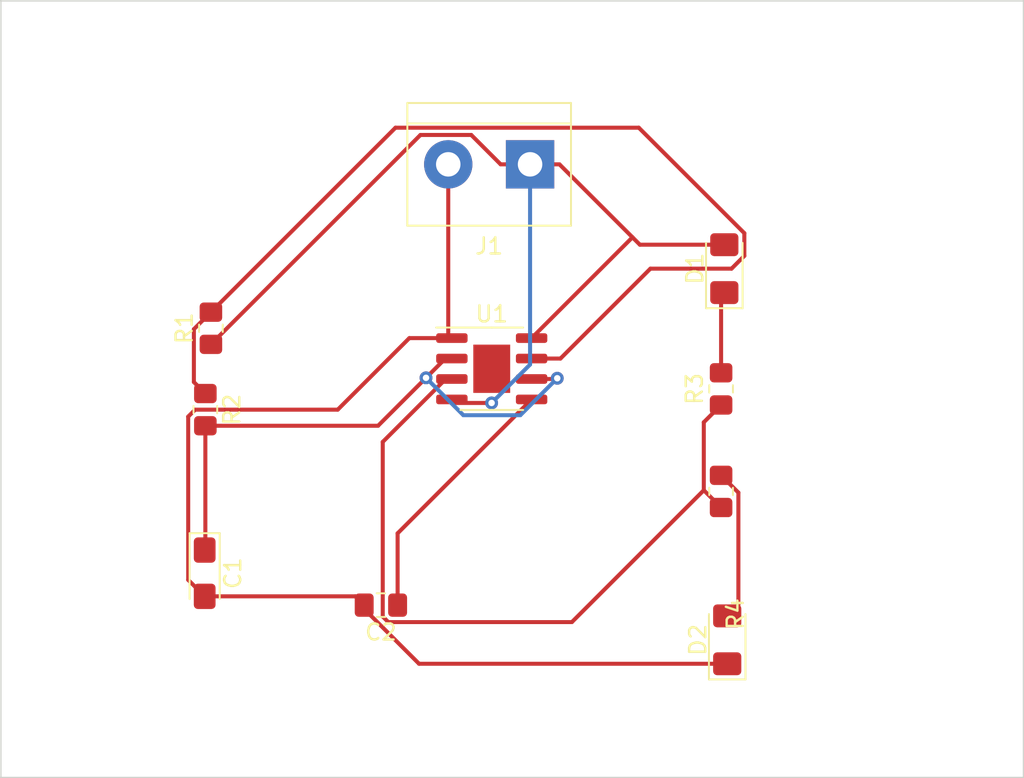
<source format=kicad_pcb>
(kicad_pcb (version 20211014) (generator pcbnew)
  (layers (0 "F.Cu" signal) (31 "B.Cu" signal) (34 "B.Paste" user) (35 "F.Paste" user) (36 "B.SilkS" user "B.Silkscreen") (37 "F.SilkS" user "F.Silkscreen") (38 "B.Mask" user) (39 "F.Mask" user) (44 "Edge.Cuts" user))
  (net 0 "")
  (net 1 "/pin_2")
  (net 2 "GND")
  (net 3 "Net-(C2-Pad1)")
  (net 4 "Net-(D1-Pad1)")
  (net 5 "+9V")
  (net 6 "Net-(D2-Pad2)")
  (net 7 "/pin_7")
  (net 8 "/pin_3")
  (footprint "Package_SO:SOIC-8-1EP_3.9x4.9mm_P1.27mm_EP2.29x3mm" (layer "F.Cu") (at 154.94 99.06)
    (fp_text reference "U1" (at 0 -3.4) (layer "F.SilkS"))
    (fp_text value "NE555D")
    (fp_line (start 0 2.56) (end -1.95 2.56) (layer "F.SilkS") (width 0.12))
    (fp_line (start 0 -2.56) (end 1.95 -2.56) (layer "F.SilkS") (width 0.12))
    (fp_line (start 0 -2.56) (end -3.45 -2.56) (layer "F.SilkS") (width 0.12))
    (fp_line (start 0 2.56) (end 1.95 2.56) (layer "F.SilkS") (width 0.12))
    (pad "1" smd roundrect (at -2.475 -1.905) (size 1.95 0.6) (layers "F.Cu" "F.Paste" "F.Mask") (net 2 "GND"))
    (pad "2" smd roundrect (at -2.475 -0.635) (size 1.95 0.6) (layers "F.Cu" "F.Paste" "F.Mask") (net 1 "/pin_2"))
    (pad "3" smd roundrect (at -2.475 0.635) (size 1.95 0.6) (layers "F.Cu" "F.Paste" "F.Mask") (net 8 "/pin_3"))
    (pad "4" smd roundrect (at -2.475 1.905) (size 1.95 0.6) (layers "F.Cu" "F.Paste" "F.Mask") (net 5 "+9V"))
    (pad "5" smd roundrect (at 2.475 1.905) (size 1.95 0.6) (layers "F.Cu" "F.Paste" "F.Mask") (net 3 "Net-(C2-Pad1)"))
    (pad "6" smd roundrect (at 2.475 0.635) (size 1.95 0.6) (layers "F.Cu" "F.Paste" "F.Mask") (net 1 "/pin_2"))
    (pad "7" smd roundrect (at 2.475 -0.635) (size 1.95 0.6) (layers "F.Cu" "F.Paste" "F.Mask") (net 7 "/pin_7"))
    (pad "8" smd roundrect (at 2.475 -1.905) (size 1.95 0.6) (layers "F.Cu" "F.Paste" "F.Mask") (net 5 "+9V"))
    (pad "9" smd rect (at 0 0) (size 2.29 3) (layers "F.Cu" "F.Mask"))
  )
  (footprint "TerminalBlock:TerminalBlock_bornier-2_P5.08mm" (layer "F.Cu") (at 157.32 86.36 180)
    (fp_text reference "J1" (at 2.54 -5.08) (layer "F.SilkS"))
    (fp_text value "Conn_01x02_Male")
    (fp_line (start -2.54 -3.81) (end -2.54 3.81) (layer "F.SilkS") (width 0.12))
    (fp_line (start 7.62 3.81) (end 7.62 -3.81) (layer "F.SilkS") (width 0.12))
    (fp_line (start -2.54 3.81) (end 7.62 3.81) (layer "F.SilkS") (width 0.12))
    (fp_line (start 7.62 2.54) (end -2.54 2.54) (layer "F.SilkS") (width 0.12))
    (fp_line (start 7.62 -3.81) (end -2.54 -3.81) (layer "F.SilkS") (width 0.12))
    (pad "1" thru_hole rect (at 0 0 180) (size 3 3) (drill 1.52) (layers *.Cu *.Mask) (net 5 "+9V"))
    (pad "2" thru_hole circle (at 5.08 0 180) (size 3 3) (drill 1.52) (layers *.Cu *.Mask) (net 2 "GND"))
  )
  (footprint "Resistor_SMD:R_0805_2012Metric_Pad1.20x1.40mm_HandSolder" (layer "F.Cu") (at 137.505 96.5429 90)
    (fp_text reference "R1" (at 0 -1.65 90) (layer "F.SilkS"))
    (fp_text value "1k")
    (fp_line (start -0.227064 -0.735) (end 0.227064 -0.735) (layer "F.SilkS") (width 0.12))
    (fp_line (start -0.227064 0.735) (end 0.227064 0.735) (layer "F.SilkS") (width 0.12))
    (pad "1" smd roundrect (at -1 0 90) (size 1.2 1.4) (layers "F.Cu" "F.Paste" "F.Mask") (roundrect_rratio 0.208333) (net 5 "+9V"))
    (pad "2" smd roundrect (at 1 0 90) (size 1.2 1.4) (layers "F.Cu" "F.Paste" "F.Mask") (roundrect_rratio 0.208333) (net 7 "/pin_7"))
  )
  (footprint "Capacitor_Tantalum_SMD:CP_EIA-3216-18_Kemet-A_Pad1.58x1.35mm_HandSolder" (layer "F.Cu") (at 137.1175 111.76 -90)
    (fp_text reference "C1" (at 0 -1.75 90) (layer "F.SilkS"))
    (fp_text value "10 uF")
    (fp_line (start -2.485 -0.935) (end -2.485 0.935) (layer "F.SilkS") (width 0.12))
    (fp_line (start -2.485 0.935) (end 1.6 0.935) (layer "F.SilkS") (width 0.12))
    (fp_line (start 1.6 -0.935) (end -2.485 -0.935) (layer "F.SilkS") (width 0.12))
    (pad "1" smd roundrect (at -1.4375 0 270) (size 1.575 1.35) (layers "F.Cu" "F.Paste" "F.Mask") (roundrect_rratio 0.185185) (net 1 "/pin_2"))
    (pad "2" smd roundrect (at 1.4375 0 270) (size 1.575 1.35) (layers "F.Cu" "F.Paste" "F.Mask") (roundrect_rratio 0.185185) (net 2 "GND"))
  )
  (footprint "Resistor_SMD:R_0805_2012Metric_Pad1.20x1.40mm_HandSolder" (layer "F.Cu") (at 137.16 101.6 -90)
    (fp_text reference "R2" (at 0 -1.65 90) (layer "F.SilkS"))
    (fp_text value "10k")
    (fp_line (start -0.227064 -0.735) (end 0.227064 -0.735) (layer "F.SilkS") (width 0.12))
    (fp_line (start -0.227064 0.735) (end 0.227064 0.735) (layer "F.SilkS") (width 0.12))
    (pad "1" smd roundrect (at -1 0 270) (size 1.2 1.4) (layers "F.Cu" "F.Paste" "F.Mask") (roundrect_rratio 0.208333) (net 7 "/pin_7"))
    (pad "2" smd roundrect (at 1 0 270) (size 1.2 1.4) (layers "F.Cu" "F.Paste" "F.Mask") (roundrect_rratio 0.208333) (net 1 "/pin_2"))
  )
  (footprint "Capacitor_SMD:C_0805_2012Metric_Pad1.18x1.45mm_HandSolder" (layer "F.Cu") (at 148.0587 113.745 180)
    (fp_text reference "C2" (at 0 -1.68) (layer "F.SilkS"))
    (fp_text value ".01 uF")
    (fp_line (start -0.261252 -0.735) (end 0.261252 -0.735) (layer "F.SilkS") (width 0.12))
    (fp_line (start -0.261252 0.735) (end 0.261252 0.735) (layer "F.SilkS") (width 0.12))
    (pad "1" smd roundrect (at -1.0375 0 180) (size 1.175 1.45) (layers "F.Cu" "F.Paste" "F.Mask") (roundrect_rratio 0.212766) (net 3 "Net-(C2-Pad1)"))
    (pad "2" smd roundrect (at 1.0375 0 180) (size 1.175 1.45) (layers "F.Cu" "F.Paste" "F.Mask") (roundrect_rratio 0.212766) (net 2 "GND"))
  )
  (footprint "Resistor_SMD:R_0805_2012Metric_Pad1.20x1.40mm_HandSolder" (layer "F.Cu") (at 169.18 100.31 90)
    (fp_text reference "R3" (at 0 -1.65 90) (layer "F.SilkS"))
    (fp_text value "1k")
    (fp_line (start -0.227064 0.735) (end 0.227064 0.735) (layer "F.SilkS") (width 0.12))
    (fp_line (start -0.227064 -0.735) (end 0.227064 -0.735) (layer "F.SilkS") (width 0.12))
    (pad "1" smd roundrect (at -1 0 90) (size 1.2 1.4) (layers "F.Cu" "F.Paste" "F.Mask") (roundrect_rratio 0.208333) (net 8 "/pin_3"))
    (pad "2" smd roundrect (at 1 0 90) (size 1.2 1.4) (layers "F.Cu" "F.Paste" "F.Mask") (roundrect_rratio 0.208333) (net 4 "Net-(D1-Pad1)"))
  )
  (footprint "Resistor_SMD:R_0805_2012Metric_Pad1.20x1.40mm_HandSolder" (layer "F.Cu") (at 169.18 106.68 90)
    (fp_text reference "R4" (at -7.62 0.89 90) (layer "F.SilkS"))
    (fp_text value "1k")
    (fp_line (start -0.227064 -0.735) (end 0.227064 -0.735) (layer "F.SilkS") (width 0.12))
    (fp_line (start -0.227064 0.735) (end 0.227064 0.735) (layer "F.SilkS") (width 0.12))
    (pad "1" smd roundrect (at -1 0 90) (size 1.2 1.4) (layers "F.Cu" "F.Paste" "F.Mask") (roundrect_rratio 0.208333) (net 8 "/pin_3"))
    (pad "2" smd roundrect (at 1 0 90) (size 1.2 1.4) (layers "F.Cu" "F.Paste" "F.Mask") (roundrect_rratio 0.208333) (net 6 "Net-(D2-Pad2)"))
  )
  (footprint "LED_SMD:LED_1206_3216Metric_Pad1.42x1.75mm_HandSolder" (layer "F.Cu") (at 169.38 92.84 90)
    (fp_text reference "D1" (at 0 -1.82 90) (layer "F.SilkS"))
    (fp_text value "LED")
    (fp_line (start -2.46 1.135) (end 1.6 1.135) (layer "F.SilkS") (width 0.12))
    (fp_line (start -2.46 -1.135) (end -2.46 1.135) (layer "F.SilkS") (width 0.12))
    (fp_line (start 1.6 -1.135) (end -2.46 -1.135) (layer "F.SilkS") (width 0.12))
    (pad "1" smd roundrect (at -1.4875 0 90) (size 1.425 1.75) (layers "F.Cu" "F.Paste" "F.Mask") (roundrect_rratio 0.175439) (net 4 "Net-(D1-Pad1)"))
    (pad "2" smd roundrect (at 1.4875 0 90) (size 1.425 1.75) (layers "F.Cu" "F.Paste" "F.Mask") (roundrect_rratio 0.175439) (net 5 "+9V"))
  )
  (footprint "LED_SMD:LED_1206_3216Metric_Pad1.42x1.75mm_HandSolder" (layer "F.Cu") (at 169.56 115.9 90)
    (fp_text reference "D2" (at 0 -1.82 90) (layer "F.SilkS"))
    (fp_text value "LED")
    (fp_line (start -2.46 1.135) (end 1.6 1.135) (layer "F.SilkS") (width 0.12))
    (fp_line (start -2.46 -1.135) (end -2.46 1.135) (layer "F.SilkS") (width 0.12))
    (fp_line (start 1.6 -1.135) (end -2.46 -1.135) (layer "F.SilkS") (width 0.12))
    (pad "1" smd roundrect (at -1.4875 0 90) (size 1.425 1.75) (layers "F.Cu" "F.Paste" "F.Mask") (roundrect_rratio 0.175439) (net 2 "GND"))
    (pad "2" smd roundrect (at 1.4875 0 90) (size 1.425 1.75) (layers "F.Cu" "F.Paste" "F.Mask") (roundrect_rratio 0.175439) (net 6 "Net-(D2-Pad2)"))
  )
  (gr_line (start 124.46 124.46) (end 124.46 76.2) (layer "Edge.Cuts") (width 0.1))
  (gr_line (start 187.96 76.2) (end 187.96 124.46) (layer "Edge.Cuts") (width 0.1))
  (gr_line (start 187.96 124.46) (end 124.46 124.46) (layer "Edge.Cuts") (width 0.1))
  (gr_line (start 124.46 76.2) (end 187.96 76.2) (layer "Edge.Cuts") (width 0.1))
  (segment (start 137.16 102.6) (end 147.8825 102.6) (width 0.25) (layer "F.Cu") (net 1))
  (segment (start 147.8825 102.6) (end 150.8594 99.6231) (width 0.25) (layer "F.Cu") (net 1))
  (segment (start 152.0575 98.425) (end 152.465 98.425) (width 0.25) (layer "F.Cu") (net 1))
  (segment (start 150.8594 99.6231) (end 152.0575 98.425) (width 0.25) (layer "F.Cu") (net 1))
  (segment (start 137.16 110.28) (end 137.16 102.6) (width 0.25) (layer "F.Cu") (net 1))
  (segment (start 137.1175 110.3225) (end 137.16 110.28) (width 0.25) (layer "F.Cu") (net 1))
  (segment (start 158.9626 99.695) (end 157.415 99.695) (width 0.25) (layer "F.Cu") (net 1))
  (segment (start 159.0079 99.6497) (end 158.9626 99.695) (width 0.25) (layer "F.Cu") (net 1))
  (via (at 159.0079 99.6497) (size 0.8) (drill 0.4) (layers "F.Cu" "B.Cu") (net 1))
  (via (at 150.8594 99.6231) (size 0.8) (drill 0.4) (layers "F.Cu" "B.Cu") (net 1))
  (segment (start 153.1832 101.9469) (end 156.7107 101.9469) (width 0.25) (layer "B.Cu") (net 1))
  (segment (start 156.7107 101.9469) (end 159.0079 99.6497) (width 0.25) (layer "B.Cu") (net 1))
  (segment (start 150.8594 99.6231) (end 153.1832 101.9469) (width 0.25) (layer "B.Cu") (net 1))
  (segment (start 152.24 97.155) (end 149.8249 97.155) (width 0.25) (layer "F.Cu") (net 2))
  (segment (start 169.56 117.3875) (end 150.428 117.3875) (width 0.25) (layer "F.Cu") (net 2))
  (segment (start 150.428 117.3875) (end 147.0212 113.9807) (width 0.25) (layer "F.Cu") (net 2))
  (segment (start 147.0212 113.9807) (end 147.0212 113.745) (width 0.25) (layer "F.Cu") (net 2))
  (segment (start 145.3799 101.6) (end 136.5271 101.6) (width 0.25) (layer "F.Cu") (net 2))
  (segment (start 136.0946 102.0325) (end 136.0946 112.1746) (width 0.25) (layer "F.Cu") (net 2))
  (segment (start 136.0946 112.1746) (end 137.1175 113.1975) (width 0.25) (layer "F.Cu") (net 2))
  (segment (start 152.24 86.36) (end 152.24 97.155) (width 0.25) (layer "F.Cu") (net 2))
  (segment (start 137.1175 113.1975) (end 146.4737 113.1975) (width 0.25) (layer "F.Cu") (net 2))
  (segment (start 152.24 97.155) (end 152.465 97.155) (width 0.25) (layer "F.Cu") (net 2))
  (segment (start 149.8249 97.155) (end 145.3799 101.6) (width 0.25) (layer "F.Cu") (net 2))
  (segment (start 136.5271 101.6) (end 136.0946 102.0325) (width 0.25) (layer "F.Cu") (net 2))
  (segment (start 146.4737 113.1975) (end 147.0212 113.745) (width 0.25) (layer "F.Cu") (net 2))
  (segment (start 149.0962 109.2838) (end 157.415 100.965) (width 0.25) (layer "F.Cu") (net 3))
  (segment (start 149.0962 113.745) (end 149.0962 109.2838) (width 0.25) (layer "F.Cu") (net 3))
  (segment (start 169.18 94.5275) (end 169.18 99.31) (width 0.25) (layer "F.Cu") (net 4))
  (segment (start 169.38 94.3275) (end 169.18 94.5275) (width 0.25) (layer "F.Cu") (net 4))
  (segment (start 164.1378 91.3525) (end 163.6777 90.8923) (width 0.25) (layer "F.Cu") (net 5))
  (segment (start 163.6777 90.8923) (end 159.1453 86.36) (width 0.25) (layer "F.Cu") (net 5))
  (segment (start 163.6777 90.8923) (end 157.415 97.155) (width 0.25) (layer "F.Cu") (net 5))
  (segment (start 157.32 86.36) (end 159.1453 86.36) (width 0.25) (layer "F.Cu") (net 5))
  (segment (start 153.6694 84.5347) (end 155.4947 86.36) (width 0.25) (layer "F.Cu") (net 5))
  (segment (start 169.38 91.3525) (end 164.1378 91.3525) (width 0.25) (layer "F.Cu") (net 5))
  (segment (start 137.505 97.5429) (end 150.5132 84.5347) (width 0.25) (layer "F.Cu") (net 5))
  (segment (start 152.6837 101.1837) (end 152.465 100.965) (width 0.25) (layer "F.Cu") (net 5))
  (segment (start 150.5132 84.5347) (end 153.6694 84.5347) (width 0.25) (layer "F.Cu") (net 5))
  (segment (start 157.32 86.36) (end 155.4947 86.36) (width 0.25) (layer "F.Cu") (net 5))
  (segment (start 154.9327 101.1837) (end 152.6837 101.1837) (width 0.25) (layer "F.Cu") (net 5))
  (via (at 154.9327 101.1837) (size 0.8) (drill 0.4) (layers "F.Cu" "B.Cu") (net 5))
  (segment (start 157.32 98.7964) (end 154.9327 101.1837) (width 0.25) (layer "B.Cu") (net 5))
  (segment (start 157.32 86.36) (end 157.32 98.7964) (width 0.25) (layer "B.Cu") (net 5))
  (segment (start 169.56 114.4125) (end 170.2536 113.7189) (width 0.25) (layer "F.Cu") (net 6))
  (segment (start 170.2536 113.7189) (end 170.2536 106.7536) (width 0.25) (layer "F.Cu") (net 6))
  (segment (start 170.2536 106.7536) (end 169.18 105.68) (width 0.25) (layer "F.Cu") (net 6))
  (segment (start 170.6225 92.0476) (end 169.8301 92.84) (width 0.25) (layer "F.Cu") (net 7))
  (segment (start 136.4474 99.8874) (end 136.4474 96.6005) (width 0.25) (layer "F.Cu") (net 7))
  (segment (start 136.4474 96.6005) (end 137.505 95.5429) (width 0.25) (layer "F.Cu") (net 7))
  (segment (start 148.9646 84.0833) (end 164.0703 84.0833) (width 0.25) (layer "F.Cu") (net 7))
  (segment (start 164.7918 92.84) (end 159.2068 98.425) (width 0.25) (layer "F.Cu") (net 7))
  (segment (start 137.505 95.5429) (end 148.9646 84.0833) (width 0.25) (layer "F.Cu") (net 7))
  (segment (start 159.2068 98.425) (end 157.415 98.425) (width 0.25) (layer "F.Cu") (net 7))
  (segment (start 164.0703 84.0833) (end 170.6225 90.6355) (width 0.25) (layer "F.Cu") (net 7))
  (segment (start 169.8301 92.84) (end 164.7918 92.84) (width 0.25) (layer "F.Cu") (net 7))
  (segment (start 137.16 100.6) (end 136.4474 99.8874) (width 0.25) (layer "F.Cu") (net 7))
  (segment (start 170.6225 90.6355) (end 170.6225 92.0476) (width 0.25) (layer "F.Cu") (net 7))
  (segment (start 169.18 101.31) (end 168.1064 102.3836) (width 0.25) (layer "F.Cu") (net 8))
  (segment (start 152.0818 99.695) (end 152.465 99.695) (width 0.25) (layer "F.Cu") (net 8))
  (segment (start 148.1732 114.4552) (end 148.1732 103.6036) (width 0.25) (layer "F.Cu") (net 8))
  (segment (start 148.1732 103.6036) (end 152.0818 99.695) (width 0.25) (layer "F.Cu") (net 8))
  (segment (start 148.5166 114.7986) (end 148.1732 114.4552) (width 0.25) (layer "F.Cu") (net 8))
  (segment (start 168.1064 106.6064) (end 169.18 107.68) (width 0.25) (layer "F.Cu") (net 8))
  (segment (start 168.1064 106.6064) (end 159.9142 114.7986) (width 0.25) (layer "F.Cu") (net 8))
  (segment (start 159.9142 114.7986) (end 148.5166 114.7986) (width 0.25) (layer "F.Cu") (net 8))
  (segment (start 168.1064 102.3836) (end 168.1064 106.6064) (width 0.25) (layer "F.Cu") (net 8))
)
</source>
